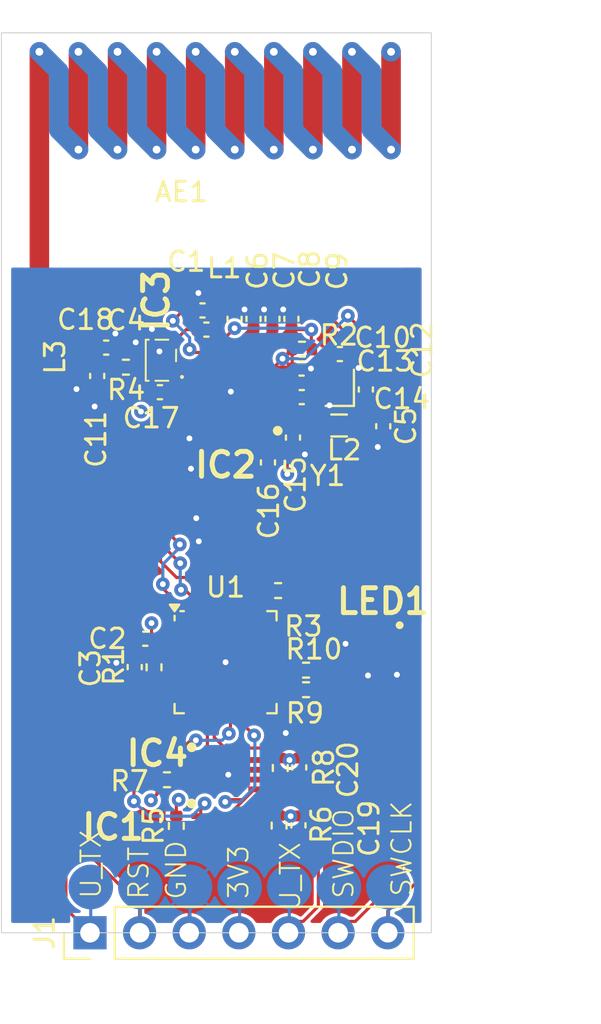
<source format=kicad_pcb>
(kicad_pcb (version 20240108) (generator "pcbnew") (generator_version "8.0")
  (layers (0 "F.Cu" jumper) (1 "In1.Cu" signal) (2 "In2.Cu" signal) (31 "B.Cu" power) (34 "B.Paste" user) (35 "F.Paste" user) (36 "B.SilkS" user "B.Silkscreen") (37 "F.SilkS" user "F.Silkscreen") (38 "B.Mask" user) (39 "F.Mask" user) (44 "Edge.Cuts" user))
  (net 0 "")
  (net 1 "GND")
  (net 2 "Net-(IC2-VR_RF)")
  (net 3 "+3V3")
  (net 4 "Net-(AE1-A)")
  (net 5 "Net-(IC3-TX)")
  (net 6 "Net-(IC2-TX)")
  (net 7 "/Radio/vsmps")
  (net 8 "Net-(IC2-VREF_VCO)")
  (net 9 "Net-(IC2-VR_SYNTH)")
  (net 10 "S2LP_SDN")
  (net 11 "Net-(C11-Pad1)")
  (net 12 "Net-(IC2-XOUT)")
  (net 13 "Net-(IC2-XIN)")
  (net 14 "Net-(IC2-VR_DIG)")
  (net 16 "Net-(IC1-~{WP})")
  (net 17 "MEM_MOSI")
  (net 19 "FLASH_CS")
  (net 20 "MEM_MISO")
  (net 21 "Net-(IC1-~{HOLD})")
  (net 22 "MEM_SCK")
  (net 23 "S2LP_MISO")
  (net 24 "S2LP_CLK")
  (net 25 "S2LP_MOSI")
  (net 26 "Net-(IC3-ANT)")
  (net 27 "FRAM_CS")
  (net 28 "Net-(IC4-~{WP})")
  (net 29 "Net-(IC4-~{HOLD})")
  (net 30 "Net-(LED1-A_2)")
  (net 31 "Net-(LED1-A_1)")
  (net 32 "STM_SWCLK")
  (net 33 "LED_G")
  (net 34 "LED_R")
  (net 39 "S2LP_GPIO1")
  (net 41 "S2LP_CS")
  (net 42 "Net-(IC2-RXN)")
  (net 43 "Net-(IC2-SMPS1)")
  (net 44 "S2LP_GPIO0")
  (net 46 "Net-(IC2-RXP)")
  (net 48 "STM_SWDIO")
  (net 51 "STM_NRST")
  (net 54 "U_TX")
  (net 55 "U_RX")
  (footprint "Capacitor_SMD:C_0402_1005Metric" (layer "F.Cu") (at 154.65 97.23 90)
    (property "Reference" "C12")
    (property "Value" "16p/X5R/16V")
  )
  (footprint "Capacitor_SMD:C_0402_1005Metric" (layer "F.Cu") (at 142.82 111.42 90)
    (property "Reference" "C3")
    (property "Value" "100n/X5R/16V")
  )
  (footprint "Resistor_SMD:R_0402_1005Metric" (layer "F.Cu") (at 151.59 112.5775 180)
    (property "Reference" "R9")
    (property "Value" "470R/5%/0.063W")
  )
  (footprint "Oscillator:Oscillator_SMD_Abracon_ASCO-4Pin_1.6x1.2mm" (layer "F.Cu") (at 153.24 97.07 180)
    (property "Reference" "Y1")
    (property "Value" "NX1612SA-50M-EXS00A-CS08403")
  )
  (footprint "Resistor_SMD:R_0402_1005Metric" (layer "F.Cu") (at 142.37 96.09)
    (property "Reference" "R4")
    (property "Value" "0R")
  )
  (footprint "Footprints:LSGT676P7Q71N7P724" (layer "F.Cu") (at 155.48 112.08 180)
    (property "Reference" "LED1")
    (property "Value" "LSG_T676-P7Q7-1+N7P7-24" (hide yes))
  )
  (footprint "Resistor_SMD:R_0402_1005Metric" (layer "F.Cu") (at 144.95 119.54 90)
    (property "Reference" "R5")
    (property "Value" "10k/5%/0.063W")
  )
  (footprint "Capacitor_SMD:C_0402_1005Metric" (layer "F.Cu") (at 146.29 93.19)
    (property "Reference" "C1")
    (property "Value" "470n/X5R/16V")
  )
  (footprint "Resistor_SMD:R_0402_1005Metric" (layer "F.Cu") (at 143.81 111.43 -90)
    (property "Reference" "R1")
    (property "Value" "10k/5%/0.063W")
  )
  (footprint "Capacitor_SMD:C_0402_1005Metric" (layer "F.Cu") (at 148.9 93.62 90)
    (property "Reference" "C7")
    (property "Value" "470P/X5R/16V")
  )
  (footprint "Capacitor_SMD:C_0402_1005Metric" (layer "F.Cu") (at 147.93 93.62 90)
    (property "Reference" "C6")
    (property "Value" "470n/X5R/16V")
  )
  (footprint "Connector_PinHeader_2.54mm:PinHeader_1x07_P2.54mm_Vertical" (layer "F.Cu") (at 140.53 125 90)
    (property "Reference" "J1")
    (property "Value" "Conn_01x07")
  )
  (footprint "Capacitor_SMD:C_0402_1005Metric" (layer "F.Cu") (at 151.24 116.55 -90)
    (property "Reference" "C20")
    (property "Value" "100n/X5R/16V")
  )
  (footprint "Capacitor_SMD:C_0402_1005Metric" (layer "F.Cu") (at 143.36 109.97 180)
    (property "Reference" "C2")
    (property "Value" "100n/X5R/16V")
  )
  (footprint "Resistor_SMD:R_0402_1005Metric" (layer "F.Cu") (at 150.16 107.51 180)
    (property "Reference" "R3")
    (property "Value" "10k/5%/0.063W")
  )
  (footprint "Footprints:BALFSPI201D3" (layer "F.Cu") (at 144.21 96.59 180)
    (property "Reference" "IC3")
    (property "Value" "BALF-SPI2-01D3" (hide yes))
  )
  (footprint "Capacitor_SMD:C_0402_1005Metric" (layer "F.Cu") (at 153.32 95.42 180)
    (property "Reference" "C13")
    (property "Value" "16p/X5R/16V")
  )
  (footprint "Resistor_SMD:R_0402_1005Metric" (layer "F.Cu") (at 150.21 119.52 -90)
    (property "Reference" "R6")
    (property "Value" "10k/5%/0.063W")
  )
  (footprint "Capacitor_SMD:C_0402_1005Metric" (layer "F.Cu") (at 149.87 93.62 90)
    (property "Reference" "C8")
    (property "Value" "470n/X5R/16V")
  )
  (footprint "Inductor_SMD:L_0402_1005Metric" (layer "F.Cu") (at 139.91 95.575 90)
    (property "Reference" "L3")
    (property "Value" "XXX")
  )
  (footprint "Capacitor_SMD:C_0402_1005Metric" (layer "F.Cu") (at 151.37 97.62)
    (property "Reference" "C14")
    (property "Value" "4u7/X5R/16V")
  )
  (footprint "Resistor_SMD:R_0402_1005Metric" (layer "F.Cu") (at 150.27 116.58 -90)
    (property "Reference" "R8")
    (property "Value" "10k/5%/0.063W")
  )
  (footprint "Footprints:SON50P300X200X60-9N" (layer "F.Cu") (at 147.6 119.79)
    (property "Reference" "IC1")
    (property "Value" "AT25DF021A-MAHN-T" (hide yes))
  )
  (footprint "Footprints:SON50P300X200X75-9N" (layer "F.Cu") (at 147.61 116.92)
    (property "Reference" "IC4")
    (property "Value" "MB85RS64TPN-G-AMEWE1" (hide yes))
  )
  (footprint "Capacitor_SMD:C_0402_1005Metric" (layer "F.Cu") (at 150.84 93.62 90)
    (property "Reference" "C9")
    (property "Value" "470n/X5R/16V")
  )
  (footprint "Capacitor_SMD:C_0402_1005Metric" (layer "F.Cu") (at 151.2 119.51 90)
    (property "Reference" "C19")
    (property "Value" "100n/X5R/16V")
  )
  (footprint "Capacitor_SMD:C_0402_1005Metric" (layer "F.Cu") (at 146.49 94.17 180)
    (property "Reference" "C4")
    (property "Value" "100p/X5R/16V")
  )
  (footprint "Capacitor_SMD:C_0402_1005Metric" (layer "F.Cu") (at 141.36 95.09)
    (property "Reference" "C18")
    (property "Value" "XXX/X5R/16V")
  )
  (footprint "Capacitor_SMD:C_0402_1005Metric" (layer "F.Cu") (at 140.9 96.54 -90)
    (property "Reference" "C11")
    (property "Value" "XXX/X5R/16V")
  )
  (footprint "Resistor_SMD:R_0402_1005Metric" (layer "F.Cu") (at 151.38 95.17 180)
    (property "Reference" "R2")
    (property "Value" "10k/5%/0.063W")
  )
  (footprint "RF_Antenna:Texas_SWRA416_868MHz_915MHz" (layer "F.Cu") (at 146.94 85.77)
    (property "Reference" "AE1")
    (property "Value" "Antenna")
  )
  (footprint "Capacitor_SMD:C_0402_1005Metric" (layer "F.Cu") (at 149.64 100.96 -90)
    (property "Reference" "C16")
    (property "Value" "470n/X5R/16V")
  )
  (footprint "Resistor_SMD:R_0402_1005Metric" (layer "F.Cu") (at 151.59 111.5775 180)
    (property "Reference" "R10")
    (property "Value" "470R/5%/0.063W")
  )
  (footprint "Inductor_SMD:L_0402_1005Metric" (layer "F.Cu") (at 147.4 92.19)
    (property "Reference" "L1")
    (property "Value" "LQG15HS12NJD2D")
  )
  (footprint "Capacitor_SMD:C_0402_1005Metric" (layer "F.Cu") (at 150.92 99.69 -90)
    (property "Reference" "C15")
    (property "Value" "4u7/X5R/16V")
  )
  (footprint "Capacitor_SMD:C_0402_1005Metric" (layer "F.Cu") (at 144.11 97.37 180)
    (property "Reference" "C17")
    (property "Value" "100p/X5R/16V")
  )
  (footprint "Capacitor_SMD:C_0402_1005Metric" (layer "F.Cu") (at 155.54 99.11 -90)
    (property "Reference" "C5")
    (property "Value" "470n/X5R/16V")
  )
  (footprint "Package_DFN_QFN:QFN-32-1EP_5x5mm_P0.5mm_EP3.45x3.45mm" (layer "F.Cu") (at 147.47 111.17)
    (property "Reference" "U1")
    (property "Value" "STM32G081KBUx")
  )
  (footprint "Capacitor_SMD:C_0402_1005Metric" (layer "F.Cu") (at 151.36 96.16)
    (property "Reference" "C10")
    (property "Value" "100n/X5R/16V")
  )
  (footprint "Inductor_SMD:L_0805_2012Metric" (layer "F.Cu") (at 153.28 99.07)
    (property "Reference" "L2")
    (property "Value" "LQG21FN100N00L")
  )
  (footprint "Resistor_SMD:R_0402_1005Metric" (layer "F.Cu") (at 144.47 117.18 180)
    (property "Reference" "R7")
    (property "Value" "10k/5%/0.063W")
  )
  (footprint "Footprints:QFN50P400X400X100-25N-D" (layer "F.Cu") (at 147.74 97.34 180)
    (property "Reference" "IC2")
    (property "Value" "S2-LPQTR" (hide yes))
  )
  (footprint "Footprints:Conn_1x7_SMD" (layer "B.Cu") (at 148.19 122.66 180)
    (property "Reference" "J2" (hide yes))
    (property "Value" "Conn_01x07_Pin" (hide yes))
  )
  (gr_line (start 158 79) (end 158 95) (stroke (width 0.05)) (layer "Edge.Cuts"))
  (gr_line (start 136 125) (end 158 125) (stroke (width 0.05)) (layer "Edge.Cuts"))
  (gr_line (start 136 79) (end 158 79) (stroke (width 0.05)) (layer "Edge.Cuts"))
  (gr_line (start 136 95) (end 136 79) (stroke (width 0.05)) (layer "Edge.Cuts"))
  (gr_line (start 136 95) (end 136 125) (stroke (width 0.05)) (layer "Edge.Cuts"))
  (gr_line (start 158 125) (end 158 95) (stroke (width 0.05)) (layer "Edge.Cuts"))
  (gr_text "RST" (at 143.61 123.37 90) (layer "F.SilkS") (effects (font (size 1 1) (thickness 0.1)) (justify left bottom)))
  (gr_text "U_TX" (at 141.17 123.33 90) (layer "F.SilkS") (effects (font (size 1 1) (thickness 0.1)) (justify left bottom)))
  (gr_text "SWDIO" (at 154.1 123.33 90) (layer "F.SilkS") (effects (font (size 1 1) (thickness 0.1)) (justify left bottom)))
  (gr_text "U_TX\n" (at 151.37 123.95 90) (layer "F.SilkS") (effects (font (size 1 1) (thickness 0.1)) (justify left bottom)))
  (gr_text "GND" (at 145.53 123.38 90) (layer "F.SilkS") (effects (font (size 1 1) (thickness 0.1)) (justify left bottom)))
  (gr_text "SWCLK" (at 157.07 123.22 90) (layer "F.SilkS") (effects (font (size 1 1) (thickness 0.1)) (justify left bottom)))
  (gr_text "3V3\n" (at 148.72 123.34 90) (layer "F.SilkS") (effects (font (size 1 1) (thickness 0.1)) (justify left bottom)))
  (segment (start 147.93 93.14) (end 148.44 93.14) (width 0.16) (layer "F.Cu") (net 1))
  (segment (start 146.86 117.67) (end 147.61 116.92) (width 0.16) (layer "F.Cu") (net 1))
  (segment (start 155.54 99.59) (end 155.54 99.89) (width 0.16) (layer "F.Cu") (net 1))
  (segment (start 146.16 117.67) (end 146.86 117.67) (width 0.16) (layer "F.Cu") (net 1))
  (segment (start 148.44 93.14) (end 149.44 93.14) (width 0.16) (layer "F.Cu") (net 1))
  (segment (start 143.68 96.59) (end 143.835563 96.59) (width 0.16) (layer "F.Cu") (net 1))
  (segment (start 144.17 95.37) (end 144.085 95.285) (width 0.16) (layer "F.Cu") (net 1))
  (segment (start 145.0325 111.42) (end 147.22 111.42) (width 0.16) (layer "F.Cu") (net 1))
  (segment (start 144.17 96.255563) (end 144.17 95.37) (width 0.16) (layer "F.Cu") (net 1))
  (segment (start 143.835563 96.59) (end 144.17 96.255563) (width 0.16) (layer "F.Cu") (net 1))
  (segment (start 155.54 99.89) (end 155.26 100.17) (width 0.16) (layer "F.Cu") (net 1))
  (segment (start 146.77 92.99) (end 146.08 92.3) (width 0.16) (layer "F.Cu") (net 1))
  (segment (start 151.84 97.58) (end 152.83 97.58) (width 0.16) (layer "F.Cu") (net 1))
  (segment (start 149.44 93.14) (end 150.42 93.14) (width 0.16) (layer "F.Cu") (net 1))
  (segment (start 147.22 111.42) (end 147.47 111.17) (width 0.16) (layer "F.Cu") (net 1))
  (segment (start 150.42 93.14) (end 150.84 93.14) (width 0.16) (layer "F.Cu") (net 1))
  (segment (start 152.79 97.67) (end 152.84 97.62) (width 0.16) (layer "F.Cu") (net 1))
  (segment (start 146.77 93.19) (end 146.77 92.99) (width 0.16) (layer "F.Cu") (net 1))
  (segment (start 144.085 95.285) (end 143.68 94.88) (width 0.16) (layer "F.Cu") (net 1))
  (segment (start 152.79 98.04) (end 152.79 97.67) (width 0.16) (layer "F.Cu") (net 1))
  (via (at 147.61 116.92) (size 0.7) (drill 0.3) (layers "F.Cu" "B.Cu") (net 1))
  (via (at 145.7 101.28) (size 0.7) (drill 0.3) (layers "F.Cu" "B.Cu") (net 1))
  (via (at 146.1 104.99) (size 0.7) (drill 0.3) (layers "F.Cu" "B.Cu") (net 1))
  (via (at 154.28 96.13) (size 0.7) (drill 0.3) (layers "F.Cu" "B.Cu") (net 1))
  (via (at 153.61 110.23) (size 0.7) (drill 0.3) (layers "F.Cu" "B.Cu") (net 1))
  (via (at 155.26 100.17) (size 0.7) (drill 0.3) (layers "F.Cu" "B.Cu") (net 1))
  (via (at 152.79 98.04) (size 0.7) (drill 0.3) (layers "F.Cu" "B.Cu") (net 1))
  (via (at 145.97 103.81) (size 0.7) (drill 0.3) (layers "F.Cu" "B.Cu") (net 1))
  (via (at 142.87 94.82) (size 0.7) (drill 0.3) (layers "F.Cu" "B.Cu") (net 1))
  (via (at 141.88 111.2) (size 0.7) (drill 0.3) (layers "F.Cu" "B.Cu") (net 1))
  (via (at 151.84 96.16) (size 0.7) (drill 0.3) (layers "F.Cu" "B.Cu") (net 1))
  (via (at 141.83 94.37) (size 0.7) (drill 0.3) (layers "F.Cu" "B.Cu") (net 1))
  (via (at 140.77 98.1) (size 0.7) (drill 0.3) (layers "F.Cu" "B.Cu") (net 1))
  (via (at 151.53 100.55) (size 0.7) (drill 0.3) (layers "F.Cu" "B.Cu") (net 1))
  (via (at 150.42 93.14) (size 0.7) (drill 0.3) (layers "F.Cu" "B.Cu") (net 1))
  (via (at 146.08 92.3) (size 0.7) (drill 0.3) (layers "F.Cu" "B.Cu") (net 1))
  (via (at 147.74 97.34) (size 0.7) (drill 0.3) (layers "F.Cu" "B.Cu") (net 1))
  (via (at 145.62 99.73) (size 0.7) (drill 0.3) (layers "F.Cu" "B.Cu") (net 1))
  (via (at 154.76 111.85) (size 0.7) (drill 0.3) (layers "F.Cu" "B.Cu") (net 1))
  (via (at 139.84 97.21) (size 0.7) (drill 0.3) (layers "F.Cu" "B.Cu") (net 1))
  (via (at 148.44 93.14) (size 0.7) (drill 0.3) (layers "F.Cu" "B.Cu") (net 1))
  (via (at 147.47 111.17) (size 0.7) (drill 0.3) (layers "F.Cu" "B.Cu") (net 1))
  (via (at 156.24 111.81) (size 0.7) (drill 0.3) (layers "F.Cu" "B.Cu") (net 1))
  (via (at 149.44 93.14) (size 0.7) (drill 0.3) (layers "F.Cu" "B.Cu") (net 1))
  (via (at 143.7 94.14) (size 0.7) (drill 0.3) (layers "F.Cu" "B.Cu") (net 1))
  (via (at 144.085 95.285) (size 0.7) (drill 0.3) (layers "F.Cu" "B.Cu") (net 1))
  (via (at 150.55 114.79) (size 0.7) (drill 0.3) (layers "F.Cu" "B.Cu") (net 1))
  (segment (start 145.65 122.66) (end 145.65 124.96) (width 0.16) (layer "B.Cu") (net 1))
  (segment (start 145.65 124.96) (end 145.61 125) (width 0.16) (layer "B.Cu") (net 1))
  (segment (start 146.49 95.34) (end 145.79 95.34) (width 0.16) (layer "F.Cu") (net 2))
  (segment (start 145.3 93.19) (end 144.77 93.72) (width 0.16) (layer "F.Cu") (net 2))
  (segment (start 145.79 95.34) (end 145.63 95.18) (width 0.16) (layer "F.Cu") (net 2))
  (segment (start 145.81 93.19) (end 145.3 93.19) (width 0.16) (layer "F.Cu") (net 2))
  (via (at 144.77 93.72) (size 0.7) (drill 0.3) (layers "F.Cu" "B.Cu") (net 2))
  (via (at 145.63 95.18) (size 0.7) (drill 0.3) (layers "F.Cu" "B.Cu") (net 2))
  (segment (start 145.63 94.58) (end 144.77 93.72) (width 0.16) (layer "B.Cu") (net 2))
  (segment (start 145.63 95.18) (end 145.63 94.58) (width 0.16) (layer "B.Cu") (net 2))
  (segment (start 150.91 94.17) (end 150.84 94.1) (width 0.16) (layer "F.Cu") (net 3))
  (segment (start 143.14 98.36) (end 143.06 98.36) (width 0.16) (layer "F.Cu") (net 3))
  (segment (start 150.36 100.461282) (end 150.63 100.731282) (width 0.16) (layer "F.Cu") (net 3))
  (segment (start 143.68 110.004999) (end 144.595001 110.92) (width 0.16) (layer "F.Cu") (net 3))
  (segment (start 143.96 117.18) (end 143.96 117.92) (width 0.16) (layer "F.Cu") (net 3))
  (segment (start 151.89 95.17) (end 151.89 95.15) (width 0.16) (layer "F.Cu") (net 3))
  (segment (start 150.36 99.21) (end 149.74 98.59) (width 0.16) (layer "F.Cu") (net 3))
  (segment (start 150.36 99.21) (end 150.36 100.461282) (width 0.16) (layer "F.Cu") (net 3))
  (segment (start 143.68 109.17) (end 143.68 110.004999) (width 0.16) (layer "F.Cu") (net 3))
  (segment (start 143.74 118.14) (end 143.65 118.23) (width 0.16) (layer "F.Cu") (net 3))
  (segment (start 147.49 95.34) (end 147.49 94.54) (width 0.16) (layer "F.Cu") (net 3))
  (segment (start 147.49 94.54) (end 147.93 94.1) (width 0.16) (layer "F.Cu") (net 3))
  (segment (start 144.59 97.37) (end 143.6 98.36) (width 0.16) (layer "F.Cu") (net 3))
  (segment (start 151.19 119.04) (end 151.2 119.03) (width 0.16) (layer "F.Cu") (net 3))
  (segment (start 150.63 101.55) (end 150.63 101.63) (width 0.16) (layer "F.Cu") (net 3))
  (segment (start 151.86 94.17) (end 151.86 95.14) (width 0.16) (layer "F.Cu") (net 3))
  (segment (start 149.06 116.17) (end 150.74 116.17) (width 0.16) (layer "F.Cu") (net 3))
  (segment (start 149.481282 95.34) (end 150.721282 94.1) (width 0.16) (layer "F.Cu") (net 3))
  (segment (start 143.65 118.23) (end 143.61 118.23) (width 0.16) (layer "F.Cu") (net 3))
  (segment (start 144.95 118.32) (end 145.07 118.2) (width 0.16) (layer "F.Cu") (net 3))
  (segment (start 145.0325 110.92) (end 143.81 110.92) (width 0.16) (layer "F.Cu") (net 3))
  (segment (start 144.87 97.09) (end 145.74 97.09) (width 0.16) (layer "F.Cu") (net 3))
  (segment (start 150.63 100.731282) (end 150.63 101.55) (width 0.16) (layer "F.Cu") (net 3))
  (segment (start 144.95 119.03) (end 144.95 118.32) (width 0.16) (layer "F.Cu") (net 3))
  (segment (start 144.595001 110.92) (end 145.0325 110.92) (width 0.16) (layer "F.Cu") (net 3))
  (segment (start 150.74 116.17) (end 151.14 116.17) (width 0.16) (layer "F.Cu") (net 3))
  (segment (start 151.86 94.17) (end 150.91 94.17) (width 0.16) (layer "F.Cu") (net 3))
  (segment (start 150.92 99.21) (end 150.36 99.21) (width 0.16) (layer "F.Cu") (net 3))
  (segment (start 148.99 95.34) (end 149.481282 95.34) (width 0.16) (layer "F.Cu") (net 3))
  (segment (start 151.86 95.14) (end 151.89 95.17) (width 0.16) (layer "F.Cu") (net 3))
  (segment (start 151.89 95.15) (end 150.84 94.1) (width 0.16) (layer "F.Cu") (net 3))
  (segment (start 143.6 98.36) (end 143.14 98.36) (width 0.16) (layer "F.Cu") (net 3))
  (segment (start 150.8 119.04) (end 151.19 119.04) (width 0.16) (layer "F.Cu") (net 3))
  (segment (start 149 119.04) (end 150.8 119.04) (width 0.16) (layer "F.Cu") (net 3))
  (segment (start 151.14 116.17) (end 151.24 116.07) (width 0.16) (layer "F.Cu") (net 3))
  (segment (start 144.59 97.37) (end 144.87 97.09) (width 0.16) (layer "F.Cu") (net 3))
  (segment (start 150.721282 94.1) (end 150.84 94.1) (width 0.16) (layer "F.Cu") (net 3))
  (segment (start 143.96 117.92) (end 143.74 118.14) (width 0.16) (layer "F.Cu") (net 3))
  (via (at 143.65 118.23) (size 0.7) (drill 0.3) (layers "F.Cu" "B.Cu") (net 3))
  (via (at 143.68 109.17) (size 0.7) (drill 0.3) (layers "F.Cu" "B.Cu") (net 3))
  (via (at 143.14 98.36) (size 0.7) (drill 0.3) (layers "F.Cu" "B.Cu") (net 3))
  (via (at 151.86 94.17) (size 0.7) (drill 0.3) (layers "F.Cu" "B.Cu") (net 3))
  (via (at 145.07 118.2) (size 0.7) (drill 0.3) (layers "F.Cu" "B.Cu") (net 3))
  (via (at 150.74 116.17) (size 0.7) (drill 0.3) (layers "F.Cu" "B.Cu") (net 3))
  (via (at 150.8 119.04) (size 0.7) (drill 0.3) (layers "F.Cu" "B.Cu") (net 3))
  (via (at 150.63 101.55) (size 0.7) (drill 0.3) (layers "F.Cu" "B.Cu") (net 3))
  (via (at 147.93 94.1) (size 0.7) (drill 0.3) (layers "F.Cu" "B.Cu") (net 3))
  (segment (start 151.79 94.1) (end 151.86 94.17) (width 0.16) (layer "B.Cu") (net 3))
  (segment (start 148.19 124.96) (end 148.15 125) (width 0.16) (layer "B.Cu") (net 3))
  (segment (start 147.93 94.1) (end 151.79 94.1) (width 0.16) (layer "B.Cu") (net 3))
  (segment (start 148.19 122.66) (end 148.19 124.96) (width 0.16) (layer "B.Cu") (net 3))
  (segment (start 137.94 93.12) (end 137.94 91.88) (width 0.5) (layer "F.Cu") (net 4))
  (segment (start 139.91 95.09) (end 137.94 93.12) (width 0.5) (layer "F.Cu") (net 4))
  (segment (start 139.91 95.09) (end 140.88 95.09) (width 0.5) (layer "F.Cu") (net 4))
  (segment (start 146.01 94.17) (end 145.45 94.17) (width 0.16) (layer "F.Cu") (net 5))
  (segment (start 145.45 94.17) (end 144.74 94.88) (width 0.16) (layer "F.Cu") (net 5))
  (segment (start 147.29 93.85) (end 147.29 92.565) (width 0.16) (layer "F.Cu") (net 6))
  (segment (start 146.99 94.19) (end 146.97 94.17) (width 0.16) (layer "F.Cu") (net 6))
  (segment (start 146.97 94.17) (end 147.29 93.85) (width 0.16) (layer "F.Cu") (net 6))
  (segment (start 147.29 92.565) (end 146.915 92.19) (width 0.16) (layer "F.Cu") (net 6))
  (segment (start 146.99 95.34) (end 146.99 94.19) (width 0.16) (layer "F.Cu") (net 6))
  (segment (start 152.22 98.92) (end 150.88 97.58) (width 0.16) (layer "F.Cu") (net 7))
  (segment (start 149.74 97.59) (end 150.86 97.59) (width 0.16) (layer "F.Cu") (net 7))
  (segment (start 155.54 96.24) (end 155.54 98.63) (width 0.16) (layer "F.Cu") (net 7))
  (segment (start 154.757332 98.23) (end 153.927668 98.23) (width 0.16) (layer "F.Cu") (net 7))
  (segment (start 153.55 98.92) (end 152.22 98.92) (width 0.16) (layer "F.Cu") (net 7))
  (segment (start 151.49 92.19) (end 155.54 96.24) (width 0.16) (layer "F.Cu") (net 7))
  (segment (start 153.927668 98.23) (end 153.665 98.492668) (width 0.16) (layer "F.Cu") (net 7))
  (segment (start 155.54 98.63) (end 155.02 98.63) (width 0.16) (layer "F.Cu") (net 7))
  (segment (start 153.665 98.492668) (end 153.665 98.805) (width 0.16) (layer "F.Cu") (net 7))
  (segment (start 150.86 97.59) (end 150.89 97.62) (width 0.16) (layer "F.Cu") (net 7))
  (segment (start 155.02 98.63) (end 155.02 98.492668) (width 0.16) (layer "F.Cu") (net 7))
  (segment (start 147.885 92.19) (end 151.49 92.19) (width 0.16) (layer "F.Cu") (net 7))
  (segment (start 155.02 98.492668) (end 154.757332 98.23) (width 0.16) (layer "F.Cu") (net 7))
  (segment (start 153.665 98.805) (end 153.55 98.92) (width 0.16) (layer "F.Cu") (net 7))
  (segment (start 148.781282 94.1) (end 148.9 94.1) (width 0.16) (layer "F.Cu") (net 8))
  (segment (start 147.99 95.34) (end 147.99 94.891282) (width 0.16) (layer "F.Cu") (net 8))
  (segment (start 147.99 94.891282) (end 148.781282 94.1) (width 0.16) (layer "F.Cu") (net 8))
  (segment (start 148.77 94.62) (end 149.35 94.62) (width 0.16) (layer "F.Cu") (net 9))
  (segment (start 149.35 94.62) (end 149.87 94.1) (width 0.16) (layer "F.Cu") (net 9))
  (segment (start 148.49 94.9) (end 148.77 94.62) (width 0.16) (layer "F.Cu") (net 9))
  (segment (start 148.49 95.34) (end 148.49 94.9) (width 0.16) (layer "F.Cu") (net 9))
  (segment (start 150.88 95.18) (end 150.87 95.17) (width 0.16) (layer "F.Cu") (net 10))
  (segment (start 153.99 93.46) (end 153.73 93.46) (width 0.16) (layer "F.Cu") (net 10))
  (segment (start 149.74 96.09) (end 149.95 96.09) (width 0.16) (layer "F.Cu") (net 10))
  (segment (start 149.95 96.09) (end 150.385 95.655) (width 0.16) (layer "F.Cu") (net 10))
  (segment (start 150.81 96.09) (end 150.88 96.16) (width 0.16) (layer "F.Cu") (net 10))
  (segment (start 150.385 95.655) (end 150.87 95.17) (width 0.16) (layer "F.Cu") (net 10))
  (segment (start 156.09 95.82) (end 153.73 93.46) (width 0.16) (layer "F.Cu") (net 10))
  (segment (start 149.74 96.09) (end 150.81 96.09) (width 0.16) (layer "F.Cu") (net 10))
  (segment (start 148.72 107.585928) (end 156.09 100.215928) (width 0.16) (layer "F.Cu") (net 10))
  (segment (start 150.88 96.16) (end 150.88 95.18) (width 0.16) (layer "F.Cu") (net 10))
  (segment (start 148.72 108.7325) (end 148.72 107.585928) (width 0.16) (layer "F.Cu") (net 10))
  (segment (start 156.09 100.215928) (end 156.09 95.82) (width 0.16) (layer "F.Cu") (net 10))
  (via (at 153.73 93.46) (size 0.7) (drill 0.3) (layers "F.Cu" "B.Cu") (net 10))
  (via (at 150.385 95.655) (size 0.7) (drill 0.3) (layers "F.Cu" "B.Cu") (net 10))
  (segment (start 151.535 95.655) (end 150.385 95.655) (width 0.16) (layer "B.Cu") (net 10))
  (segment (start 153.73 93.46) (end 151.535 95.655) (width 0.16) (layer "B.Cu") (net 10))
  (segment (start 141.86 96.09) (end 139.94 96.09) (width 0.5) (layer "F.Cu") (net 11))
  (segment (start 139.94 96.09) (end 139.91 96.06) (width 0.5) (layer "F.Cu") (net 11))
  (segment (start 154.52 97.58) (end 154.65 97.71) (width 0.16) (layer "F.Cu") (net 12))
  (segment (start 149.76 97.07) (end 153.58 97.07) (width 0.16) (layer "F.Cu") (net 12))
  (segment (start 153.58 97.07) (end 153.63 97.12) (width 0.16) (layer "F.Cu") (net 12))
  (segment (start 153.63 97.58) (end 154.52 97.58) (width 0.16) (layer "F.Cu") (net 12))
  (segment (start 153.63 97.12) (end 153.63 97.58) (width 0.16) (layer "F.Cu") (net 12))
  (segment (start 149.74 97.09) (end 149.76 97.07) (width 0.16) (layer "F.Cu") (net 12))
  (segment (start 152.47 96.75) (end 152.84 96.38) (width 0.16) (layer "F.Cu") (net 13))
  (segment (start 150.458718 96.59) (end 150.618718 96.75) (width 0.16) (layer "F.Cu") (net 13))
  (segment (start 149.74 96.59) (end 150.458718 96.59) (width 0.16) (layer "F.Cu") (net 13))
  (segment (start 150.618718 96.75) (end 152.47 96.75) (width 0.16) (layer "F.Cu") (net 13))
  (segment (start 152.83 95.46) (end 152.78 95.41) (width 0.16) (layer "F.Cu") (net 13))
  (segment (start 152.83 96.48) (end 152.83 95.46) (width 0.16) (layer "F.Cu") (net 13))
  (segment (start 148.99 99.83) (end 149.64 100.48) (width 0.16) (layer "F.Cu") (net 14))
  (segment (start 148.99 99.34) (end 148.99 99.83) (width 0.16) (layer "F.Cu") (net 14))
  (segment (start 146.2 120.04) (end 144.96 120.04) (width 0.16) (layer "F.Cu") (net 16))
  (segment (start 144.96 120.04) (end 144.95 120.05) (width 0.16) (layer "F.Cu") (net 16))
  (segment (start 148.37 120.54) (end 149 120.54) (width 0.16) (layer "F.Cu") (net 17))
  (segment (start 148.93 114.91) (end 148.22 114.2) (width 0.16) (layer "F.Cu") (net 17))
  (segment (start 148.937452 117.67) (end 148.413726 118.193726) (width 0.16) (layer "F.Cu") (net 17))
  (segment (start 147.965 118.642452) (end 147.965 120.135) (width 0.16) (layer "F.Cu") (net 17))
  (segment (start 148.22 114.2) (end 148.22 113.6075) (width 0.16) (layer "F.Cu") (net 17))
  (segment (start 147.45 118.31) (end 147.566274 118.193726) (width 0.16) (layer "F.Cu") (net 17))
  (segment (start 147.566274 118.193726) (end 148.413726 118.193726) (width 0.16) (layer "F.Cu") (net 17))
  (segment (start 149.06 117.67) (end 148.937452 117.67) (width 0.16) (layer "F.Cu") (net 17))
  (segment (start 147.965 120.135) (end 148.37 120.54) (width 0.16) (layer "F.Cu") (net 17))
  (segment (start 148.413726 118.193726) (end 147.965 118.642452) (width 0.16) (layer "F.Cu") (net 17))
  (via (at 148.93 114.91) (size 0.7) (drill 0.3) (layers "F.Cu" "B.Cu") (net 17))
  (via (at 147.45 118.31) (size 0.7) (drill 0.3) (layers "F.Cu" "B.Cu") (net 17))
  (segment (start 148.97 117.55) (end 148.21 118.31) (width 0.16) (layer "B.Cu") (net 17))
  (segment (start 148.21 118.31) (end 147.45 118.31) (width 0.16) (layer "B.Cu") (net 17))
  (segment (start 148.93 114.91) (end 148.97 114.95) (width 0.16) (layer "B.Cu") (net 17))
  (segment (start 148.97 114.95) (end 148.97 117.55) (width 0.16) (layer "B.Cu") (net 17))
  (segment (start 145.704999 114.56) (end 146.22 114.044999) (width 0.16) (layer "F.Cu") (net 19))
  (segment (start 146.2 118.59) (end 146.4 118.39) (width 0.16) (layer "F.Cu") (net 19))
  (segment (start 143.45 116.34) (end 145.23 114.56) (width 0.16) (layer "F.Cu") (net 19))
  (segment (start 142.78 116.87) (end 143.31 116.34) (width 0.16) (layer "F.Cu") (net 19))
  (segment (start 146.2 119.04) (end 146.2 118.59) (width 0.16) (layer "F.Cu") (net 19))
  (segment (start 146.22 114.044999) (end 146.22 113.6075) (width 0.16) (layer "F.Cu") (net 19))
  (segment (start 143.31 116.34) (end 143.45 116.34) (width 0.16) (layer "F.Cu") (net 19))
  (segment (start 145.23 114.56) (end 145.704999 114.56) (width 0.16) (layer "F.Cu") (net 19))
  (segment (start 142.78 118.28) (end 142.78 116.87) (width 0.16) (layer "F.Cu") (net 19))
  (via (at 142.78 118.28) (size 0.7) (drill 0.3) (layers "F.Cu" "B.Cu") (net 19))
  (via (at 146.4 118.39) (size 0.7) (drill 0.3) (layers "F.Cu" "B.Cu") (net 19))
  (segment (start 142.78 118.28) (end 143.54 119.04) (width 0.16) (layer "B.Cu") (net 19))
  (segment (start 143.54 119.04) (end 145.75 119.04) (width 0.16) (layer "B.Cu") (net 19))
  (segment (start 145.75 119.04) (end 146.4 118.39) (width 0.16) (layer "B.Cu") (net 19))
  (segment (start 145.555 116.62) (end 145.605 116.67) (width 0.16) (layer "F.Cu") (net 20))
  (segment (start 144.685928 116.62) (end 145.555 116.62) (width 0.16) (layer "F.Cu") (net 20))
  (segment (start 144.605928 119.54) (end 144.32 119.254072) (width 0.16) (layer "F.Cu") (net 20))
  (segment (start 147.72 114.74) (end 147.64 114.82) (width 0.16) (layer "F.Cu") (net 20))
  (segment (start 145.5 116.67) (end 145.605 116.67) (width 0.16) (layer "F.Cu") (net 20))
  (segment (start 147.72 113.6075) (end 147.72 114.74) (width 0.16) (layer "F.Cu") (net 20))
  (segment (start 144.47 117.524072) (end 144.47 116.835928) (width 0.16) (layer "F.Cu") (net 20))
  (segment (start 145.95 115.162194) (end 145.677806 115.162194) (width 0.16) (layer "F.Cu") (net 20))
  (segment (start 145.677806 115.162194) (end 145.12 115.72) (width 0.16) (layer "F.Cu") (net 20))
  (segment (start 144.32 119.254072) (end 144.32 117.674072) (width 0.16) (layer "F.Cu") (net 20))
  (segment (start 144.47 116.835928) (end 144.685928 116.62) (width 0.16) (layer "F.Cu") (net 20))
  (segment (start 145.12 116.29) (end 145.5 116.67) (width 0.16) (layer "F.Cu") (net 20))
  (segment (start 145.12 115.72) (end 145.12 116.29) (width 0.16) (layer "F.Cu") (net 20))
  (segment (start 146.2 119.54) (end 144.605928 119.54) (width 0.16) (layer "F.Cu") (net 20))
  (segment (start 144.32 117.674072) (end 144.47 117.524072) (width 0.16) (layer "F.Cu") (net 20))
  (segment (start 146.16 116.67) (end 145.605 116.67) (width 0.16) (layer "F.Cu") (net 20))
  (via (at 145.95 115.162194) (size 0.7) (drill 0.3) (layers "F.Cu" "B.Cu") (net 20))
  (via (at 147.64 114.82) (size 0.7) (drill 0.3) (layers "F.Cu" "B.Cu") (net 20))
  (segment (start 147.297806 115.162194) (end 147.64 114.82) (width 0.16) (layer "B.Cu") (net 20))
  (segment (start 145.95 115.162194) (end 147.297806 115.162194) (width 0.16) (layer "B.Cu") (net 20))
  (segment (start 149.72 119.54) (end 149 119.54) (width 0.16) (layer "F.Cu") (net 21))
  (segment (start 150.21 120.03) (end 149.72 119.54) (width 0.16) (layer "F.Cu") (net 21))
  (segment (start 147.22 113.6075) (end 147.22 113.974532) (width 0.16) (layer "F.Cu") (net 22))
  (segment (start 150.908718 115.55) (end 151.83 115.55) (width 0.16) (layer "F.Cu") (net 22))
  (segment (start 151.83 115.55) (end 151.9 115.62) (width 0.16) (layer "F.Cu") (net 22))
  (segment (start 148.285 118.775) (end 148.285 119.96) (width 0.16) (layer "F.Cu") (net 22))
  (segment (start 150.131569 117.805641) (end 151.445641 117.805641) (width 0.16) (layer "F.Cu") (net 22))
  (segment (start 151.9 117.351282) (end 151.445641 117.805641) (width 0.16) (layer "F.Cu") (net 22))
  (segment (start 151.445641 117.805641) (end 150.901282 118.35) (width 0.16) (layer "F.Cu") (net 22))
  (segment (start 147.22 113.974532) (end 146.89 114.304532) (width 0.16) (layer "F.Cu") (net 22))
  (segment (start 150.898718 115.56) (end 150.908718 115.55) (width 0.16) (layer "F.Cu") (net 22))
  (segment (start 149.495928 117.17) (end 150.131569 117.805641) (width 0.16) (layer "F.Cu") (net 22))
  (segment (start 148.71 118.35) (end 148.285 118.775) (width 0.16) (layer "F.Cu") (net 22))
  (segment (start 149.06 117.17) (end 149.495928 117.17) (width 0.16) (layer "F.Cu") (net 22))
  (segment (start 148.365 120.04) (end 149 120.04) (width 0.16) (layer "F.Cu") (net 22))
  (segment (start 147.44 115.56) (end 150.898718 115.56) (width 0.16) (layer "F.Cu") (net 22))
  (segment (start 146.89 114.304532) (end 146.89 115.01) (width 0.16) (layer "F.Cu") (net 22))
  (segment (start 146.89 115.01) (end 147.44 115.56) (width 0.16) (layer "F.Cu") (net 22))
  (segment (start 148.285 119.96) (end 148.365 120.04) (width 0.16) (layer "F.Cu") (net 22))
  (segment (start 151.9 115.62) (end 151.9 117.351282) (width 0.16) (layer "F.Cu") (net 22))
  (segment (start 150.901282 118.35) (end 148.71 118.35) (width 0.16) (layer "F.Cu") (net 22))
  (segment (start 146.72 108.7325) (end 146.72 108.095468) (width 0.16) (layer "F.Cu") (net 23))
  (segment (start 146.72 108.095468) (end 145.464532 106.84) (width 0.16) (layer "F.Cu") (net 23))
  (segment (start 145.27 97.59) (end 145.74 97.59) (width 0.16) (layer "F.Cu") (net 23))
  (segment (start 144.141274 98.718726) (end 145.27 97.59) (width 0.16) (layer "F.Cu") (net 23))
  (segment (start 145.464532 106.84) (end 144.96 106.84) (width 0.16) (layer "F.Cu") (net 23))
  (segment (start 144.141274 106.021274) (end 144.141274 98.718726) (width 0.16) (layer "F.Cu") (net 23))
  (segment (start 144.96 106.84) (end 144.141274 106.021274) (width 0.16) (layer "F.Cu") (net 23))
  (segment (start 145.595001 108.7325) (end 145.72 108.7325) (width 0.16) (layer "F.Cu") (net 24))
  (segment (start 144.26 107.18) (end 144.26 107.397499) (width 0.16) (layer "F.Cu") (net 24))
  (segment (start 144.781274 104.801274) (end 144.781274 99.298726) (width 0.16) (layer "F.Cu") (net 24))
  (segment (start 144.781274 99.298726) (end 145.49 98.59) (width 0.16) (layer "F.Cu") (net 24))
  (segment (start 145.49 98.59) (end 145.74 98.59) (width 0.16) (layer "F.Cu") (net 24))
  (segment (start 144.26 107.397499) (end 145.595001 108.7325) (width 0.16) (layer "F.Cu") (net 24))
  (segment (start 145.13 105.15) (end 144.781274 104.801274) (width 0.16) (layer "F.Cu") (net 24))
  (via (at 145.13 105.15) (size 0.7) (drill 0.3) (layers "F.Cu" "B.Cu") (net 24))
  (via (at 144.26 107.18) (size 0.7) (drill 0.3) (layers "F.Cu" "B.Cu") (net 24))
  (segment (start 144.26 107.18) (end 144.26 106.165613) (width 0.16) (layer "B.Cu") (net 24))
  (segment (start 144.26 106.165613) (end 145.13 105.295613) (width 0.16) (layer "B.Cu") (net 24))
  (segment (start 145.13 105.295613) (end 145.13 105.15) (width 0.16) (layer "B.Cu") (net 24))
  (segment (start 146.22 108.295001) (end 146.22 108.7325) (width 0.16) (layer "F.Cu") (net 25))
  (segment (start 145.19 107.47) (end 145.394999 107.47) (width 0.16) (layer "F.Cu") (net 25))
  (segment (start 144.461274 105.421274) (end 144.461274 98.851274) (width 0.16) (layer "F.Cu") (net 25))
  (segment (start 145.15 106.11) (end 144.461274 105.421274) (width 0.16) (layer "F.Cu") (net 25))
  (segment (start 144.461274 98.851274) (end 145.222548 98.09) (width 0.16) (layer "F.Cu") (net 25))
  (segment (start 145.222548 98.09) (end 145.74 98.09) (width 0.16) (layer "F.Cu") (net 25))
  (segment (start 145.394999 107.47) (end 146.22 108.295001) (width 0.16) (layer "F.Cu") (net 25))
  (via (at 145.19 107.47) (size 0.7) (drill 0.3) (layers "F.Cu" "B.Cu") (net 25))
  (via (at 145.15 106.11) (size 0.7) (drill 0.3) (layers "F.Cu" "B.Cu") (net 25))
  (segment (start 145.15 106.11) (end 145.15 107.43) (width 0.16) (layer "B.Cu") (net 25))
  (segment (start 145.19 107.47) (end 145.15 107.43) (width 0.16) (layer "B.Cu") (net 25))
  (segment (start 142.99 95.98) (end 143.68 95.98) (width 0.5) (layer "F.Cu") (net 26))
  (segment (start 142.88 96.09) (end 142.99 95.98) (width 0.5) (layer "F.Cu") (net 26))
  (segment (start 146.54 114.16) (end 146.72 113.98) (width 0.16) (layer "F.Cu") (net 27))
  (segment (start 146.16 116.17) (end 146.54 115.79) (width 0.16) (layer "F.Cu") (net 27))
  (segment (start 146.72 113.98) (end 146.72 113.6075) (width 0.16) (layer "F.Cu") (net 27))
  (segment (start 146.54 115.79) (end 146.54 114.16) (width 0.16) (layer "F.Cu") (net 27))
  (segment (start 144.98 117.18) (end 146.15 117.18) (width 0.16) (layer "F.Cu") (net 28))
  (segment (start 146.15 117.18) (end 146.16 117.17) (width 0.16) (layer "F.Cu") (net 28))
  (segment (start 149.06 116.67) (end 149.85 116.67) (width 0.16) (layer "F.Cu") (net 29))
  (segment (start 149.85 116.67) (end 150.27 117.09) (width 0.16) (layer "F.Cu") (net 29))
  (segment (start 153.7325 111.5775) (end 154.73 110.58) (width 0.16) (layer "F.Cu") (net 30))
  (segment (start 152.1 111.5775) (end 153.7325 111.5775) (width 0.16) (layer "F.Cu") (net 30))
  (segment (start 152.1 112.5775) (end 152.1475 112.53) (width 0.16) (layer "F.Cu") (net 31))
  (segment (start 156.23 113.58) (end 156.23 113.3) (width 0.16) (layer "F.Cu") (net 31))
  (segment (start 156.23 113.3) (end 155.5075 112.5775) (width 0.16) (layer "F.Cu") (net 31))
  (segment (start 156.23 113.18) (end 156.23 113.58) (width 0.2) (layer "F.Cu") (net 31))
  (segment (start 155.5075 112.5775) (end 152.1 112.5775) (width 0.16) (layer "F.Cu") (net 31))
  (segment (start 157.34 109.457452) (end 157.34 122.32) (width 0.16) (layer "F.Cu") (net 32))
  (segment (start 149.65 107.51) (end 151.24 109.1) (width 0.16) (layer "F.Cu") (net 32))
  (segment (start 149.22 107.94) (end 149.65 107.51) (width 0.16) (layer "F.Cu") (net 32))
  (segment (start 151.24 109.1) (end 156.982548 109.1) (width 0.16) (layer "F.Cu") (net 32))
  (segment (start 157.34 122.32) (end 155.77 123.89) (width 0.16) (layer "F.Cu") (net 32))
  (segment (start 156.982548 109.1) (end 157.34 109.457452) (width 0.16) (layer "F.Cu") (net 32))
  (segment (start 149.22 108.7325) (end 149.22 107.94) (width 0.16) (layer "F.Cu") (net 32))
  (segment (start 155.77 123.89) (end 155.77 124.42) (width 0.16) (layer "F.Cu") (net 32))
  (segment (start 155.81 122.66) (end 155.81 124.96) (width 0.16) (layer "B.Cu") (net 32))
  (segment (start 155.81 124.96) (end 155.77 125) (width 0.16) (layer "B.Cu") (net 32))
  (segment (start 150.9225 112.42) (end 151.08 112.5775) (width 0.16) (layer "F.Cu") (net 33))
  (segment (start 149.9075 112.42) (end 150.9225 112.42) (width 0.16) (layer "F.Cu") (net 33))
  (segment (start 149.9075 111.92) (end 150.7375 111.92) (width 0.16) (layer "F.Cu") (net 34))
  (segment (start 150.7375 111.92) (end 151.08 111.5775) (width 0.16) (layer "F.Cu") (net 34))
  (segment (start 147.22 103.51) (end 146.49 102.78) (width 0.16) (layer "F.Cu") (net 39))
  (segment (start 147.22 108.7325) (end 147.22 103.51) (width 0.16) (layer "F.Cu") (net 39))
  (segment (start 146.49 102.78) (end 146.49 99.34) (width 0.16) (layer "F.Cu") (net 39))
  (segment (start 147.49 102.87) (end 147.49 99.34) (width 0.16) (layer "F.Cu") (net 41))
  (segment (start 148.21 108.7225) (end 148.21 103.59) (width 0.16) (layer "F.Cu") (net 41))
  (segment (start 148.22 108.7325) (end 148.21 108.7225) (width 0.16) (layer "F.Cu") (net 41))
  (segment (start 148.21 103.59) (end 147.49 102.87) (width 0.16) (layer "F.Cu") (net 41))
  (segment (start 144.74 96.09) (end 145.74 96.09) (width 0.2) (layer "F.Cu") (net 42))
  (segment (start 151.968202 100.078202) (end 153.164298 100.078202) (width 0.16) (layer "F.Cu") (net 43))
  (segment (start 150.9 98.69) (end 151.26 98.69) (width 0.16) (layer "F.Cu") (net 43))
  (segment (start 149.74 98.09) (end 150.3 98.09) (width 0.16) (layer "F.Cu") (net 43))
  (segment (start 151.49 98.92) (end 151.49 99.6) (width 0.16) (layer "F.Cu") (net 43))
  (segment (start 150.3 98.09) (end 150.9 98.69) (width 0.16) (layer "F.Cu") (net 43))
  (segment (start 151.26 98.69) (end 151.49 98.92) (width 0.16) (layer "F.Cu") (net 43))
  (segment (start 151.49 99.6) (end 151.968202 100.078202) (width 0.16) (layer "F.Cu") (net 43))
  (segment (start 153.164298 100.078202) (end 154.2925 98.95) (width 0.16) (layer "F.Cu") (net 43))
  (segment (start 147.72 103.557452) (end 146.99 102.827452) (width 0.16) (layer "F.Cu") (net 44))
  (segment (start 146.99 102.827452) (end 146.99 99.34) (width 0.16) (layer "F.Cu") (net 44))
  (segment (start 147.72 108.7325) (end 147.72 103.557452) (width 0.16) (layer "F.Cu") (net 44))
  (segment (start 144.74 96.59) (end 145.74 96.59) (width 0.2) (layer "F.Cu") (net 46))
  (segment (start 157.02 109.59) (end 157.02 121.51) (width 0.16) (layer "F.Cu") (net 48))
  (segment (start 149.9075 109.42) (end 156.85 109.42) (width 0.16) (layer "F.Cu") (net 48))
  (segment (start 156.85 109.42) (end 157.02 109.59) (width 0.16) (layer "F.Cu") (net 48))
  (segment (start 157.02 121.51) (end 154.11 124.42) (width 0.16) (layer "F.Cu") (net 48))
  (segment (start 154.11 124.42) (end 153.23 124.42) (width 0.16) (layer "F.Cu") (net 48))
  (segment (start 153.27 124.96) (end 153.23 125) (width 0.16) (layer "B.Cu") (net 48))
  (segment (start 153.27 122.66) (end 153.27 124.96) (width 0.16) (layer "B.Cu") (net 48))
  (segment (start 139.62 120.13) (end 143.07 123.58) (width 0.16) (layer "F.Cu") (net 51))
  (segment (start 145.0325 111.92) (end 142.84 111.92) (width 0.16) (layer "F.Cu") (net 51))
  (segment (start 143.07 123.58) (end 143.07 124.42) (width 0.16) (layer "F.Cu") (net 51))
  (segment (start 142.82 111.9) (end 139.62 115.1) (width 0.16) (layer "F.Cu") (net 51))
  (segment (start 139.62 115.1) (end 139.62 120.13) (width 0.16) (layer "F.Cu") (net 51))
  (segment (start 142.84 111.92) (end 142.82 111.9) (width 0.16) (layer "F.Cu") (net 51))
  (segment (start 143.11 124.96) (end 143.07 125) (width 0.16) (layer "B.Cu") (net 51))
  (segment (start 143.11 122.66) (end 143.11 124.96) (width 0.16) (layer "B.Cu") (net 51))
  (segment (start 152.22 123.64) (end 151.44 124.42) (width 0.16) (layer "F.Cu") (net 54))
  (segment (start 149.9075 112.92) (end 152.22 115.2325) (width 0.16) (layer "F.Cu") (net 54))
  (segment (start 151.44 124.42) (end 150.69 124.42) (width 0.16) (layer "F.Cu") (net 54))
  (segment (start 152.22 115.2325) (end 152.22 123.64) (width 0.16) (layer "F.Cu") (net 54))
  (segment (start 150.73 122.66) (end 150.73 124.96) (width 0.16) (layer "B.Cu") (net 54))
  (segment (start 150.73 124.96) (end 150.69 125) (width 0.16) (layer "B.Cu") (net 54))
  (segment (start 145.0325 109.42) (end 144.1925 108.58) (width 0.16) (layer "F.Cu") (net 55))
  (segment (start 139.3 112.698718) (end 139.3 123.77) (width 0.16) (layer "F.Cu") (net 55))
  (segment (start 143.418718 108.58) (end 139.3 112.698718) (width 0.16) (layer "F.Cu") (net 55))
  (segment (start 144.1925 108.58) (end 143.418718 108.58) (width 0.16) (layer "F.Cu") (net 55))
  (segment (start 139.95 124.42) (end 140.53 124.42) (width 0.16) (layer "F.Cu") (net 55))
  (segment (start 139.3 123.77) (end 139.95 124.42) (width 0.16) (layer "F.Cu") (net 55))
  (segment (start 140.57 122.66) (end 140.57 124.96) (width 0.16) (layer "B.Cu") (net 55))
  (segment (start 140.57 124.96) (end 140.53 125) (width 0.16) (layer "B.Cu") (net 55))
  (zone (net 0) (net_name "") (layers "F.Cu" "In1.Cu" "In2.Cu" "B.Cu") (connect_pads (clearance 0)) (min_thickness 0.25)
    (keepout (tracks allowed) (vias allowed) (pads allowed) (copperpour not_allowed) (footprints allowed))
    (fill (thermal_gap 0.5) (thermal_bridge_width 0.5))
    (polygon (pts (xy 136 91) (xy 158 91) (xy 157.97 79.03) (xy 136.03 79.03)))
  )
  (zone (net 1) (net_name "GND") (layers "F.Cu" "In2.Cu" "B.Cu") (connect_pads (clearance 0)) (min_thickness 0.16) (fill yes (thermal_gap 0.16) (thermal_bridge_width 0.16))
    (polygon (pts (xy 136.03 79.03) (xy 136.03 124.97) (xy 157.97 124.97) (xy 157.97 79.03)))
  )
)
</source>
